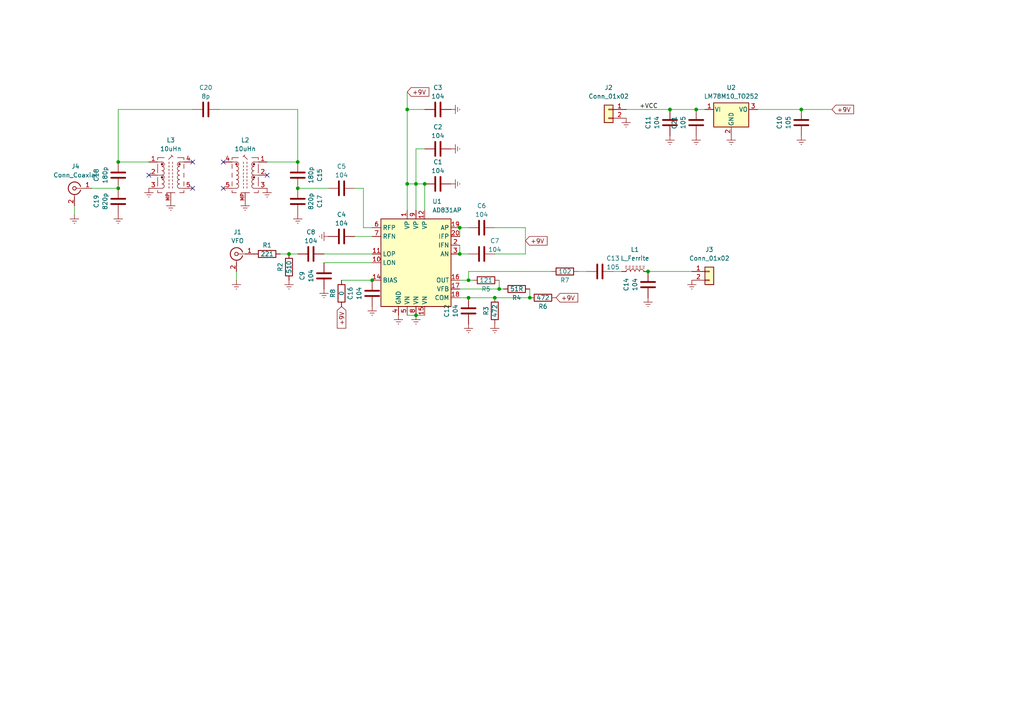
<source format=kicad_sch>
(kicad_sch (version 20230121) (generator eeschema)
  (paper "A4")
  (lib_symbols
    (symbol "Connector:Conn_Coaxial" (pin_names (offset 1.016) hide)
      (property "Reference" "J" (at 0.254 3.048 0))
      (property "Value" "Conn_Coaxial" (at 2.921 0 90))
      (symbol "Conn_Coaxial_0_1"
        (arc (start -1.778 -0.508) (mid 0.2311 -1.8066) (end 1.778 0) (stroke (width 0.254)))
        (polyline (pts (xy -2.54 0) (xy -0.508 0)))
        (polyline (pts (xy 0 -2.54) (xy 0 -1.778)))
        (circle (center 0 0) (radius 0.508) (stroke (width 0.2032)))
        (arc (start 1.778 0) (mid 0.2099 1.8101) (end -1.778 0.508) (stroke (width 0.254)))
      )
      (symbol "Conn_Coaxial_1_1"
        (pin passive line (at -5.08 0 0) (length 2.54) (name "In") (number "1"))
        (pin passive line (at 0 -5.08 90) (length 2.54) (name "Ext") (number "2"))
      )
    )
    (symbol "Connector_Generic:Conn_01x02" (pin_names (offset 1.016) hide)
      (property "Reference" "J" (at 0 2.54 0))
      (property "Value" "Conn_01x02" (at 0 -5.08 0))
      (symbol "Conn_01x02_1_1"
        (rectangle (start -1.27 -2.413) (end 0 -2.667) (stroke (width 0.1524)))
        (rectangle (start -1.27 0.127) (end 0 -0.127) (stroke (width 0.1524)))
        (rectangle (start -1.27 1.27) (end 1.27 -3.81) (stroke (width 0.254)) (fill (type background)))
        (pin passive line (at -5.08 0 0) (length 3.81) (name "Pin_1") (number "1"))
        (pin passive line (at -5.08 -2.54 0) (length 3.81) (name "Pin_2") (number "2"))
      )
    )
    (symbol "Device:C" (pin_numbers hide) (pin_names (offset 0.254))
      (property "Reference" "C" (at 0.635 2.54 0))
      (property "Value" "C" (at 0.635 -2.54 0))
      (symbol "C_0_1"
        (polyline (pts (xy -2.032 -0.762) (xy 2.032 -0.762)) (stroke (width 0.508)))
        (polyline (pts (xy -2.032 0.762) (xy 2.032 0.762)) (stroke (width 0.508)))
      )
      (symbol "C_1_1"
        (pin passive line (at 0 3.81 270) (length 2.794) (name "~") (number "1"))
        (pin passive line (at 0 -3.81 90) (length 2.794) (name "~") (number "2"))
      )
    )
    (symbol "Device:L_Ferrite" (pin_numbers hide) (pin_names (offset 1.016) hide)
      (property "Reference" "L" (at -1.27 0 90))
      (property "Value" "L_Ferrite" (at 2.794 0 90))
      (symbol "L_Ferrite_0_1"
        (arc (start 0 -2.54) (mid 0.6323 -1.905) (end 0 -1.27))
        (arc (start 0 -1.27) (mid 0.6323 -0.635) (end 0 0))
        (polyline (pts (xy 1.016 -2.794) (xy 1.016 -2.286)))
        (polyline (pts (xy 1.016 -1.778) (xy 1.016 -1.27)))
        (polyline (pts (xy 1.016 -0.762) (xy 1.016 -0.254)))
        (polyline (pts (xy 1.016 0.254) (xy 1.016 0.762)))
        (polyline (pts (xy 1.016 1.27) (xy 1.016 1.778)))
        (polyline (pts (xy 1.016 2.286) (xy 1.016 2.794)))
        (polyline (pts (xy 1.524 -2.286) (xy 1.524 -2.794)))
        (polyline (pts (xy 1.524 -1.27) (xy 1.524 -1.778)))
        (polyline (pts (xy 1.524 -0.254) (xy 1.524 -0.762)))
        (polyline (pts (xy 1.524 0.762) (xy 1.524 0.254)))
        (polyline (pts (xy 1.524 1.778) (xy 1.524 1.27)))
        (polyline (pts (xy 1.524 2.794) (xy 1.524 2.286)))
        (arc (start 0 0) (mid 0.6323 0.635) (end 0 1.27))
        (arc (start 0 1.27) (mid 0.6323 1.905) (end 0 2.54))
      )
      (symbol "L_Ferrite_1_1"
        (pin passive line (at 0 3.81 270) (length 1.27) (name "1") (number "1"))
        (pin passive line (at 0 -3.81 90) (length 1.27) (name "2") (number "2"))
      )
    )
    (symbol "Device:R" (pin_numbers hide) (pin_names (offset 0))
      (property "Reference" "R" (at 2.032 0 90))
      (property "Value" "R" (at 0 0 90))
      (symbol "R_0_1"
        (rectangle (start -1.016 -2.54) (end 1.016 2.54) (stroke (width 0.254)))
      )
      (symbol "R_1_1"
        (pin passive line (at 0 3.81 270) (length 1.27) (name "~") (number "1"))
        (pin passive line (at 0 -3.81 90) (length 1.27) (name "~") (number "2"))
      )
    )
    (symbol "PhilsLibrary:L_Core_Ferrite_Coupled_12345" (pin_names (offset 0.254) hide)
      (property "Reference" "L" (at 0 7.493 0))
      (property "Value" "L_Core_Ferrite_Coupled_12345" (at 2.54 -15.24 0))
      (symbol "L_Core_Ferrite_Coupled_12345_0_1"
        (circle (center -2.54 3.175) (radius 0.254) (fill (type outline)))
        (polyline (pts (xy -3.81 -0.635) (xy -3.81 -3.175)))
        (polyline (pts (xy -3.81 3.175) (xy -3.81 0.635)))
        (polyline (pts (xy -3.81 3.81) (xy -2.54 3.81)))
        (polyline (pts (xy -2.54 -3.81) (xy -3.81 -3.81)))
        (polyline (pts (xy -2.54 0) (xy -3.81 0)))
        (polyline (pts (xy -1.27 -5.08) (xy 1.27 -5.08)))
        (polyline (pts (xy -0.508 -2.794) (xy -0.508 -2.286)))
        (polyline (pts (xy -0.508 -1.778) (xy -0.508 -1.27)))
        (polyline (pts (xy -0.508 -0.762) (xy -0.508 -0.254)))
        (polyline (pts (xy -0.508 0.254) (xy -0.508 0.762)))
        (polyline (pts (xy -0.508 1.27) (xy -0.508 1.778)))
        (polyline (pts (xy -0.508 2.286) (xy -0.508 2.794)))
        (polyline (pts (xy 0 -5.715) (xy 0 -5.08)))
        (polyline (pts (xy 0.508 -2.794) (xy 0.508 -2.286)))
        (polyline (pts (xy 0.508 -1.778) (xy 0.508 -1.27)))
        (polyline (pts (xy 0.508 -0.762) (xy 0.508 -0.254)))
        (polyline (pts (xy 0.508 0.254) (xy 0.508 0.762)))
        (polyline (pts (xy 0.508 1.27) (xy 0.508 1.778)))
        (polyline (pts (xy 0.508 2.286) (xy 0.508 2.794)))
        (polyline (pts (xy 2.54 -5.08) (xy 3.81 -5.08)))
        (polyline (pts (xy 3.81 -5.08) (xy 3.81 -4.445)))
        (polyline (pts (xy 3.81 -3.81) (xy 2.54 -3.81)))
        (polyline (pts (xy 3.81 -3.175) (xy 3.81 -1.905)))
        (polyline (pts (xy 3.81 -0.635) (xy 3.81 0.635)))
        (polyline (pts (xy 3.81 3.175) (xy 3.81 1.905)))
        (polyline (pts (xy 3.81 3.81) (xy 2.54 3.81)))
        (polyline (pts (xy -3.81 -4.445) (xy -3.81 -5.08) (xy -2.54 -5.08)))
        (polyline (pts (xy -3.81 4.445) (xy -3.81 5.08) (xy -1.905 5.08)))
        (polyline (pts (xy 3.81 4.445) (xy 3.81 5.08) (xy 1.905 5.08)))
        (polyline (pts (xy -0.635 4.572) (xy 0.381 5.588) (xy 0.635 5.334) (xy 0.127 5.842)))
        (arc (start 2.54 1.27) (mid 1.9077 0.635) (end 2.54 0))
        (circle (center 2.54 3.175) (radius 0.254) (fill (type outline)))
      )
      (symbol "L_Core_Ferrite_Coupled_12345_1_1"
        (arc (start -2.54 -3.81) (mid -1.9077 -3.175) (end -2.54 -2.54))
        (arc (start -2.54 -2.54) (mid -1.9077 -1.905) (end -2.54 -1.27))
        (arc (start -2.54 -1.27) (mid -1.9077 -0.635) (end -2.54 0))
        (circle (center -2.54 -0.635) (radius 0.254) (fill (type outline)))
        (arc (start -2.54 0) (mid -1.9077 0.635) (end -2.54 1.27))
        (arc (start -2.54 1.27) (mid -1.9077 1.905) (end -2.54 2.54))
        (arc (start -2.54 2.54) (mid -1.9077 3.175) (end -2.54 3.81))
        (polyline (pts (xy -0.508 -3.81) (xy -0.508 -3.302)))
        (polyline (pts (xy -0.508 3.302) (xy -0.508 3.81)))
        (polyline (pts (xy 0.508 -3.81) (xy 0.508 -3.302)))
        (polyline (pts (xy 0.508 3.302) (xy 0.508 3.81)))
        (arc (start 2.54 -2.54) (mid 1.9077 -3.175) (end 2.54 -3.81))
        (arc (start 2.54 -1.27) (mid 1.9077 -1.905) (end 2.54 -2.54))
        (arc (start 2.54 0) (mid 1.9077 -0.635) (end 2.54 -1.27))
        (arc (start 2.54 2.54) (mid 1.9077 1.905) (end 2.54 1.27))
        (arc (start 2.54 3.81) (mid 1.9077 3.175) (end 2.54 2.54))
        (pin passive line (at -6.35 3.81 0) (length 2.54) (name "1") (number "1"))
        (pin passive line (at -6.35 0 0) (length 2.54) (name "2") (number "2"))
        (pin passive line (at -6.35 -3.81 0) (length 2.54) (name "3") (number "3"))
        (pin passive line (at 6.35 3.81 180) (length 2.54) (name "4") (number "4"))
        (pin passive line (at 6.35 -3.81 180) (length 2.54) (name "5") (number "5"))
        (pin passive line (at 0 -7.62 90) (length 2.54) (name "MP") (number "MP"))
      )
    )
    (symbol "RF_Mixer:AD831AP"
      (property "Reference" "U" (at -10.16 13.97 0))
      (property "Value" "AD831AP" (at 10.16 13.97 0))
      (symbol "AD831AP_0_1"
        (rectangle (start 10.16 12.7) (end -10.16 -12.7) (stroke (width 0.254)) (fill (type background)))
      )
      (symbol "AD831AP_1_1"
        (pin power_in line (at -2.54 15.24 270) (length 2.54) (name "VP") (number "1"))
        (pin input line (at -12.7 0 0) (length 2.54) (name "LON") (number "10"))
        (pin input line (at -12.7 2.54 0) (length 2.54) (name "LOP") (number "11"))
        (pin power_in line (at 2.54 15.24 270) (length 2.54) (name "VP") (number "12"))
        (pin passive line (at -5.08 -15.24 90) (length 2.54) hide (name "GND") (number "13"))
        (pin passive line (at -12.7 -5.08 0) (length 2.54) (name "BIAS") (number "14"))
        (pin power_in line (at 2.54 -15.24 90) (length 2.54) (name "VN") (number "15"))
        (pin output line (at 12.7 -5.08 180) (length 2.54) (name "OUT") (number "16"))
        (pin passive line (at 12.7 -7.62 180) (length 2.54) (name "VFB") (number "17"))
        (pin passive line (at 12.7 -10.16 180) (length 2.54) (name "COM") (number "18"))
        (pin input line (at 12.7 10.16 180) (length 2.54) (name "AP") (number "19"))
        (pin open_collector line (at 12.7 5.08 180) (length 2.54) (name "IFN") (number "2"))
        (pin open_collector line (at 12.7 7.62 180) (length 2.54) (name "IFP") (number "20"))
        (pin input line (at 12.7 2.54 180) (length 2.54) (name "AN") (number "3"))
        (pin power_in line (at -5.08 -15.24 90) (length 2.54) (name "GND") (number "4"))
        (pin power_in line (at -2.54 -15.24 90) (length 2.54) (name "VN") (number "5"))
        (pin input line (at -12.7 10.16 0) (length 2.54) (name "RFP") (number "6"))
        (pin input line (at -12.7 7.62 0) (length 2.54) (name "RFN") (number "7"))
        (pin power_in line (at 0 -15.24 90) (length 2.54) (name "VN") (number "8"))
        (pin power_in line (at 0 15.24 270) (length 2.54) (name "VP") (number "9"))
      )
    )
    (symbol "Regulator_Linear:LM78M05_TO252" (pin_names (offset 0.254))
      (property "Reference" "U" (at -3.81 3.175 0))
      (property "Value" "LM78M05_TO252" (at 0 3.175 0))
      (symbol "LM78M05_TO252_0_1"
        (rectangle (start -5.08 1.905) (end 5.08 -5.08) (stroke (width 0.254)) (fill (type background)))
      )
      (symbol "LM78M05_TO252_1_1"
        (pin power_in line (at -7.62 0 0) (length 2.54) (name "VI") (number "1"))
        (pin power_in line (at 0 -7.62 90) (length 2.54) (name "GND") (number "2"))
        (pin power_out line (at 7.62 0 180) (length 2.54) (name "VO") (number "3"))
      )
    )
    (symbol "power:Earth" (power) (pin_names (offset 0))
      (symbol "Earth_0_1"
        (polyline (pts (xy -0.635 -1.905) (xy 0.635 -1.905)))
        (polyline (pts (xy -0.127 -2.54) (xy 0.127 -2.54)))
        (polyline (pts (xy 0 -1.27) (xy 0 0)))
        (polyline (pts (xy 1.27 -1.27) (xy -1.27 -1.27)))
      )
      (symbol "Earth_1_1"
        (pin power_in line (at 0 0 270) (length 0) hide (name "Earth") (number "1"))
      )
    )
  )
  (junction (at 107.95 81.28))
  (junction (at 120.65 53.34))
  (junction (at 34.29 46.99))
  (junction (at 83.82 73.66))
  (junction (at 135.89 86.36))
  (junction (at 135.89 81.28))
  (junction (at 120.65 91.44))
  (junction (at 86.36 46.99))
  (junction (at 144.78 83.82))
  (junction (at 118.11 31.75))
  (junction (at 118.11 53.34))
  (junction (at 34.29 54.61))
  (junction (at 86.36 54.61))
  (junction (at 194.31 31.75))
  (junction (at 232.41 31.75))
  (junction (at 123.19 53.34))
  (junction (at 133.35 66.04))
  (junction (at 133.35 73.66))
  (junction (at 201.93 31.75))
  (junction (at 153.67 86.36))
  (junction (at 187.96 78.74))
  (junction (at 143.51 86.36))
  (no_connect (at 43.18 50.8))
  (no_connect (at 64.77 46.99))
  (no_connect (at 55.88 54.61))
  (no_connect (at 55.88 46.99))
  (no_connect (at 64.77 54.61))
  (no_connect (at 77.47 50.8))
  (wire (pts (xy 102.87 68.58) (xy 107.95 68.58)))
  (wire (pts (xy 133.35 66.04) (xy 133.35 68.58)))
  (wire (pts (xy 120.65 53.34) (xy 120.65 43.18)))
  (wire (pts (xy 152.4 66.04) (xy 152.4 73.66)))
  (wire (pts (xy 86.36 54.61) (xy 95.25 54.61)))
  (wire (pts (xy 118.11 53.34) (xy 118.11 31.75)))
  (wire (pts (xy 118.11 91.44) (xy 120.65 91.44)))
  (wire (pts (xy 120.65 60.96) (xy 120.65 53.34)))
  (wire (pts (xy 68.58 81.28) (xy 68.58 78.74)))
  (wire (pts (xy 153.67 86.36) (xy 143.51 86.36)))
  (wire (pts (xy 55.88 31.75) (xy 34.29 31.75)))
  (wire (pts (xy 99.06 81.28) (xy 107.95 81.28)))
  (wire (pts (xy 201.93 31.75) (xy 204.47 31.75)))
  (wire (pts (xy 118.11 26.67) (xy 118.11 31.75)))
  (wire (pts (xy 135.89 86.36) (xy 143.51 86.36)))
  (wire (pts (xy 135.89 81.28) (xy 133.35 81.28)))
  (wire (pts (xy 81.28 73.66) (xy 83.82 73.66)))
  (wire (pts (xy 153.67 83.82) (xy 153.67 86.36)))
  (wire (pts (xy 120.65 53.34) (xy 123.19 53.34)))
  (wire (pts (xy 177.8 78.74) (xy 180.34 78.74)))
  (wire (pts (xy 137.16 81.28) (xy 135.89 81.28)))
  (wire (pts (xy 144.78 83.82) (xy 146.05 83.82)))
  (wire (pts (xy 170.18 78.74) (xy 167.64 78.74)))
  (wire (pts (xy 93.98 76.2) (xy 107.95 76.2)))
  (wire (pts (xy 160.02 78.74) (xy 135.89 78.74)))
  (wire (pts (xy 143.51 73.66) (xy 152.4 73.66)))
  (wire (pts (xy 34.29 31.75) (xy 34.29 46.99)))
  (wire (pts (xy 118.11 60.96) (xy 118.11 53.34)))
  (wire (pts (xy 181.61 31.75) (xy 194.31 31.75)))
  (wire (pts (xy 133.35 71.12) (xy 133.35 73.66)))
  (wire (pts (xy 86.36 46.99) (xy 77.47 46.99)))
  (wire (pts (xy 34.29 46.99) (xy 43.18 46.99)))
  (wire (pts (xy 135.89 78.74) (xy 135.89 81.28)))
  (wire (pts (xy 133.35 83.82) (xy 144.78 83.82)))
  (wire (pts (xy 144.78 81.28) (xy 144.78 83.82)))
  (wire (pts (xy 120.65 43.18) (xy 123.19 43.18)))
  (wire (pts (xy 194.31 31.75) (xy 201.93 31.75)))
  (wire (pts (xy 143.51 66.04) (xy 152.4 66.04)))
  (wire (pts (xy 118.11 53.34) (xy 120.65 53.34)))
  (wire (pts (xy 219.71 31.75) (xy 232.41 31.75)))
  (wire (pts (xy 133.35 73.66) (xy 135.89 73.66)))
  (wire (pts (xy 133.35 86.36) (xy 135.89 86.36)))
  (wire (pts (xy 63.5 31.75) (xy 86.36 31.75)))
  (wire (pts (xy 107.95 73.66) (xy 93.98 73.66)))
  (wire (pts (xy 26.67 54.61) (xy 34.29 54.61)))
  (wire (pts (xy 120.65 91.44) (xy 123.19 91.44)))
  (wire (pts (xy 86.36 31.75) (xy 86.36 46.99)))
  (wire (pts (xy 232.41 31.75) (xy 241.3 31.75)))
  (wire (pts (xy 21.59 59.69) (xy 21.59 62.23)))
  (wire (pts (xy 123.19 53.34) (xy 123.19 60.96)))
  (wire (pts (xy 133.35 66.04) (xy 135.89 66.04)))
  (wire (pts (xy 105.41 54.61) (xy 102.87 54.61)))
  (wire (pts (xy 83.82 73.66) (xy 86.36 73.66)))
  (wire (pts (xy 118.11 31.75) (xy 123.19 31.75)))
  (wire (pts (xy 105.41 66.04) (xy 105.41 54.61)))
  (wire (pts (xy 187.96 78.74) (xy 200.66 78.74)))
  (wire (pts (xy 107.95 66.04) (xy 105.41 66.04)))
  (label "+VCC" (at 185.42 31.75 0))
  (global_label "+9V" (shape input) (at 241.3 31.75 0) (property "Intersheetrefs" "${INTERSHEET_REFS}" (effects hide)))
  (global_label "+9V" (shape input) (at 161.29 86.36 0) (property "Intersheetrefs" "${INTERSHEET_REFS}" (effects hide)))
  (global_label "+9V" (shape input) (at 152.4 69.85 0) (property "Intersheetrefs" "${INTERSHEET_REFS}" (effects hide)))
  (global_label "+9V" (shape input) (at 118.11 26.67 0) (property "Intersheetrefs" "${INTERSHEET_REFS}" (effects hide)))
  (global_label "+9V" (shape input) (at 99.06 88.9 270) (property "Intersheetrefs" "${INTERSHEET_REFS}" (effects hide)))
  (symbol (lib_id "power:Earth") (at 135.89 93.98 0) (unit 1)
    (property "Reference" "#PWR014" (effects hide))
    (property "Value" "Earth" (effects hide))
  )
  (symbol (lib_id "Device:C") (at 201.93 35.56 0) (unit 1)
    (property "Reference" "C21" (at 195.58 35.56 90))
    (property "Value" "105" (at 198.12 35.56 90))
    (property "Footprint" "Capacitor_SMD:C_0805_2012Metric" (effects hide))
  )
  (symbol (lib_id "power:Earth") (at 212.09 39.37 0) (unit 1)
    (property "Reference" "#PWR011" (effects hide))
    (property "Value" "Earth" (effects hide))
  )
  (symbol (lib_id "power:Earth") (at 181.61 34.29 0) (unit 1)
    (property "Reference" "#PWR013" (effects hide))
    (property "Value" "Earth" (effects hide))
  )
  (symbol (lib_id "Connector:Conn_Coaxial") (at 68.58 73.66 0) (mirror y) (unit 1)
    (property "Reference" "J1" (at 68.8974 67.31 0))
    (property "Value" "VFO" (at 68.8974 69.85 0))
    (property "Footprint" "Connector_PinHeader_2.54mm:PinHeader_1x02_P2.54mm_Vertical" (effects hide))
    (property "Datasheet" " ~" (effects hide))
  )
  (symbol (lib_id "Device:C") (at 59.69 31.75 90) (mirror x) (unit 1)
    (property "Reference" "C20" (at 59.69 25.4 90))
    (property "Value" "8p" (at 59.69 27.94 90))
    (property "Footprint" "Capacitor_SMD:C_0805_2012Metric" (effects hide))
  )
  (symbol (lib_id "power:Earth") (at 120.65 91.44 0) (unit 1)
    (property "Reference" "#PWR06" (effects hide))
    (property "Value" "Earth" (effects hide))
  )
  (symbol (lib_id "Device:R") (at 143.51 90.17 180) (unit 1)
    (property "Reference" "R3" (at 140.97 90.17 90))
    (property "Value" "472" (at 143.51 90.17 90))
    (property "Footprint" "Resistor_SMD:R_0805_2012Metric" (effects hide))
  )
  (symbol (lib_id "power:Earth") (at 200.66 81.28 0) (unit 1)
    (property "Reference" "#PWR017" (effects hide))
    (property "Value" "Earth" (effects hide))
  )
  (symbol (lib_id "Device:C") (at 194.31 35.56 0) (unit 1)
    (property "Reference" "C11" (at 187.96 35.56 90))
    (property "Value" "104" (at 190.5 35.56 90))
    (property "Footprint" "Capacitor_SMD:C_0805_2012Metric" (effects hide))
  )
  (symbol (lib_id "power:Earth") (at 130.81 43.18 90) (unit 1)
    (property "Reference" "#PWR04" (effects hide))
    (property "Value" "Earth" (effects hide))
  )
  (symbol (lib_id "power:Earth") (at 34.29 62.23 0) (unit 1)
    (property "Reference" "#PWR027" (effects hide))
    (property "Value" "Earth" (effects hide))
  )
  (symbol (lib_id "Connector_Generic:Conn_01x02") (at 205.74 78.74 0) (unit 1)
    (property "Reference" "J3" (at 205.74 72.39 0))
    (property "Value" "Conn_01x02" (at 205.74 74.93 0))
    (property "Footprint" "Connector_PinHeader_2.54mm:PinHeader_1x02_P2.54mm_Vertical" (effects hide))
  )
  (symbol (lib_id "power:Earth") (at 49.53 58.42 0) (unit 1)
    (property "Reference" "#PWR025" (effects hide))
    (property "Value" "Earth" (effects hide))
  )
  (symbol (lib_id "Device:C") (at 34.29 58.42 0) (unit 1)
    (property "Reference" "C19" (at 27.94 58.42 90))
    (property "Value" "820p" (at 30.48 58.42 90))
    (property "Footprint" "Capacitor_SMD:C_0805_2012Metric" (effects hide))
  )
  (symbol (lib_id "PhilsLibrary:L_Core_Ferrite_Coupled_12345") (at 71.12 50.8 0) (mirror y) (unit 1)
    (property "Reference" "L2" (at 71.12 40.64 0))
    (property "Value" "10uHn" (at 71.12 43.18 0))
    (property "Footprint" "PhilsFootprintLibrary:L_Coilcraft_Slot7_15" (effects hide))
  )
  (symbol (lib_id "PhilsLibrary:L_Core_Ferrite_Coupled_12345") (at 49.53 50.8 0) (unit 1)
    (property "Reference" "L3" (at 49.53 40.64 0))
    (property "Value" "10uHn" (at 49.53 43.18 0))
    (property "Footprint" "PhilsFootprintLibrary:L_Coilcraft_Slot7_15" (effects hide))
  )
  (symbol (lib_id "Device:C") (at 99.06 68.58 270) (unit 1)
    (property "Reference" "C4" (at 99.06 62.23 90))
    (property "Value" "104" (at 99.06 64.77 90))
    (property "Footprint" "Capacitor_SMD:C_0805_2012Metric" (effects hide))
  )
  (symbol (lib_id "Device:C") (at 86.36 50.8 0) (mirror y) (unit 1)
    (property "Reference" "C15" (at 92.71 50.8 90))
    (property "Value" "180p" (at 90.17 50.8 90))
    (property "Footprint" "Capacitor_SMD:C_0805_2012Metric" (effects hide))
  )
  (symbol (lib_id "Device:C") (at 139.7 73.66 270) (unit 1)
    (property "Reference" "C7" (at 143.51 69.85 90))
    (property "Value" "104" (at 143.51 72.39 90))
    (property "Footprint" "Capacitor_SMD:C_0805_2012Metric" (effects hide))
  )
  (symbol (lib_id "Device:C") (at 86.36 58.42 0) (mirror y) (unit 1)
    (property "Reference" "C17" (at 92.71 58.42 90))
    (property "Value" "820p" (at 90.17 58.42 90))
    (property "Footprint" "Capacitor_SMD:C_0805_2012Metric" (effects hide))
  )
  (symbol (lib_id "Connector:Conn_Coaxial") (at 21.59 54.61 0) (mirror y) (unit 1)
    (property "Reference" "J4" (at 21.9074 48.26 0))
    (property "Value" "Conn_Coaxial" (at 21.9074 50.8 0))
    (property "Footprint" "Connector_PinHeader_2.54mm:PinHeader_1x02_P2.54mm_Vertical" (effects hide))
    (property "Datasheet" " ~" (effects hide))
  )
  (symbol (lib_id "Device:C") (at 127 43.18 270) (unit 1)
    (property "Reference" "C2" (at 127 36.83 90))
    (property "Value" "104" (at 127 39.37 90))
    (property "Footprint" "Capacitor_SMD:C_0805_2012Metric" (effects hide))
  )
  (symbol (lib_id "Device:C") (at 139.7 66.04 270) (unit 1)
    (property "Reference" "C6" (at 139.7 59.69 90))
    (property "Value" "104" (at 139.7 62.23 90))
    (property "Footprint" "Capacitor_SMD:C_0805_2012Metric" (effects hide))
  )
  (symbol (lib_id "Device:C") (at 93.98 80.01 0) (unit 1)
    (property "Reference" "C9" (at 87.63 80.01 90))
    (property "Value" "104" (at 90.17 80.01 90))
    (property "Footprint" "Capacitor_SMD:C_0805_2012Metric" (effects hide))
  )
  (symbol (lib_id "power:Earth") (at 68.58 81.28 0) (unit 1)
    (property "Reference" "#PWR09" (effects hide))
    (property "Value" "Earth" (effects hide))
  )
  (symbol (lib_id "power:Earth") (at 86.36 62.23 0) (mirror y) (unit 1)
    (property "Reference" "#PWR023" (effects hide))
    (property "Value" "Earth" (effects hide))
  )
  (symbol (lib_id "Device:C") (at 107.95 85.09 0) (unit 1)
    (property "Reference" "C16" (at 101.6 85.09 90))
    (property "Value" "104" (at 104.14 85.09 90))
    (property "Footprint" "Capacitor_SMD:C_0805_2012Metric" (effects hide))
  )
  (symbol (lib_id "power:Earth") (at 77.47 54.61 0) (mirror y) (unit 1)
    (property "Reference" "#PWR020" (effects hide))
    (property "Value" "Earth" (effects hide))
  )
  (symbol (lib_id "Device:C") (at 127 53.34 270) (unit 1)
    (property "Reference" "C1" (at 127 46.99 90))
    (property "Value" "104" (at 127 49.53 90))
    (property "Footprint" "Capacitor_SMD:C_0805_2012Metric" (effects hide))
  )
  (symbol (lib_id "power:Earth") (at 143.51 93.98 0) (unit 1)
    (property "Reference" "#PWR015" (effects hide))
    (property "Value" "Earth" (effects hide))
  )
  (symbol (lib_id "Device:R") (at 149.86 83.82 270) (unit 1)
    (property "Reference" "R4" (at 149.86 86.36 90))
    (property "Value" "51R" (at 149.86 83.82 90))
    (property "Footprint" "Resistor_SMD:R_0805_2012Metric" (effects hide))
  )
  (symbol (lib_id "power:Earth") (at 232.41 39.37 0) (unit 1)
    (property "Reference" "#PWR010" (effects hide))
    (property "Value" "Earth" (effects hide))
  )
  (symbol (lib_id "power:Earth") (at 130.81 31.75 90) (unit 1)
    (property "Reference" "#PWR05" (effects hide))
    (property "Value" "Earth" (effects hide))
  )
  (symbol (lib_id "Device:C") (at 173.99 78.74 270) (unit 1)
    (property "Reference" "C13" (at 177.8 74.93 90))
    (property "Value" "105" (at 177.8 77.47 90))
    (property "Footprint" "Capacitor_SMD:C_1206_3216Metric" (effects hide))
  )
  (symbol (lib_id "power:Earth") (at 71.12 58.42 0) (mirror y) (unit 1)
    (property "Reference" "#PWR018" (effects hide))
    (property "Value" "Earth" (effects hide))
  )
  (symbol (lib_id "power:Earth") (at 93.98 83.82 0) (unit 1)
    (property "Reference" "#PWR07" (effects hide))
    (property "Value" "Earth" (effects hide))
  )
  (symbol (lib_id "power:Earth") (at 21.59 62.23 0) (unit 1)
    (property "Reference" "#PWR021" (effects hide))
    (property "Value" "Earth" (effects hide))
  )
  (symbol (lib_id "Regulator_Linear:LM78M05_TO252") (at 212.09 31.75 0) (unit 1)
    (property "Reference" "U2" (at 212.09 25.4 0))
    (property "Value" "LM78M10_TO252" (at 212.09 27.94 0))
    (property "Footprint" "Package_TO_SOT_SMD:TO-252-2" (effects hide))
    (property "Datasheet" "https://www.onsemi.com/pub/Collateral/MC78M00-D.PDF" (effects hide))
  )
  (symbol (lib_id "Device:R") (at 163.83 78.74 270) (unit 1)
    (property "Reference" "R7" (at 163.83 81.28 90))
    (property "Value" "102" (at 163.83 78.74 90))
    (property "Footprint" "Resistor_SMD:R_0805_2012Metric" (effects hide))
  )
  (symbol (lib_id "Device:R") (at 99.06 85.09 0) (unit 1)
    (property "Reference" "R8" (at 96.52 85.09 90))
    (property "Value" "0" (at 99.06 85.09 90))
    (property "Footprint" "Resistor_SMD:R_0805_2012Metric" (effects hide))
  )
  (symbol (lib_id "power:Earth") (at 43.18 54.61 0) (unit 1)
    (property "Reference" "#PWR026" (effects hide))
    (property "Value" "Earth" (effects hide))
  )
  (symbol (lib_id "Device:C") (at 99.06 54.61 270) (unit 1)
    (property "Reference" "C5" (at 99.06 48.26 90))
    (property "Value" "104" (at 99.06 50.8 90))
    (property "Footprint" "Capacitor_SMD:C_0805_2012Metric" (effects hide))
  )
  (symbol (lib_id "power:Earth") (at 107.95 88.9 0) (unit 1)
    (property "Reference" "#PWR022" (effects hide))
    (property "Value" "Earth" (effects hide))
  )
  (symbol (lib_id "power:Earth") (at 83.82 81.28 0) (unit 1)
    (property "Reference" "#PWR08" (effects hide))
    (property "Value" "Earth" (effects hide))
  )
  (symbol (lib_id "power:Earth") (at 130.81 53.34 90) (unit 1)
    (property "Reference" "#PWR03" (effects hide))
    (property "Value" "Earth" (effects hide))
  )
  (symbol (lib_id "Device:R") (at 83.82 77.47 180) (unit 1)
    (property "Reference" "R2" (at 81.28 77.47 90))
    (property "Value" "510" (at 83.82 77.47 90))
    (property "Footprint" "Resistor_SMD:R_0805_2012Metric" (effects hide))
  )
  (symbol (lib_id "power:Earth") (at 187.96 86.36 0) (unit 1)
    (property "Reference" "#PWR016" (effects hide))
    (property "Value" "Earth" (effects hide))
  )
  (symbol (lib_id "power:Earth") (at 115.57 91.44 0) (unit 1)
    (property "Reference" "#PWR01" (effects hide))
    (property "Value" "Earth" (effects hide))
  )
  (symbol (lib_id "Device:C") (at 90.17 73.66 90) (unit 1)
    (property "Reference" "C8" (at 90.17 67.31 90))
    (property "Value" "104" (at 90.17 69.85 90))
    (property "Footprint" "Capacitor_SMD:C_0805_2012Metric" (effects hide))
  )
  (symbol (lib_id "Device:C") (at 127 31.75 270) (unit 1)
    (property "Reference" "C3" (at 127 25.4 90))
    (property "Value" "104" (at 127 27.94 90))
    (property "Footprint" "Capacitor_SMD:C_0805_2012Metric" (effects hide))
  )
  (symbol (lib_id "Connector_Generic:Conn_01x02") (at 176.53 31.75 0) (mirror y) (unit 1)
    (property "Reference" "J2" (at 176.53 25.4 0))
    (property "Value" "Conn_01x02" (at 176.53 27.94 0))
    (property "Footprint" "Connector_PinHeader_2.54mm:PinHeader_1x02_P2.54mm_Vertical" (effects hide))
  )
  (symbol (lib_id "power:Earth") (at 194.31 39.37 0) (unit 1)
    (property "Reference" "#PWR012" (effects hide))
    (property "Value" "Earth" (effects hide))
  )
  (symbol (lib_id "Device:C") (at 34.29 50.8 0) (unit 1)
    (property "Reference" "C18" (at 27.94 50.8 90))
    (property "Value" "180p" (at 30.48 50.8 90))
    (property "Footprint" "Capacitor_SMD:C_0805_2012Metric" (effects hide))
  )
  (symbol (lib_id "Device:R") (at 157.48 86.36 270) (unit 1)
    (property "Reference" "R6" (at 157.48 88.9 90))
    (property "Value" "472" (at 157.48 86.36 90))
    (property "Footprint" "Resistor_SMD:R_0805_2012Metric" (effects hide))
  )
  (symbol (lib_id "power:Earth") (at 95.25 68.58 270) (unit 1)
    (property "Reference" "#PWR02" (effects hide))
    (property "Value" "Earth" (effects hide))
  )
  (symbol (lib_id "Device:C") (at 135.89 90.17 0) (unit 1)
    (property "Reference" "C12" (at 129.54 90.17 90))
    (property "Value" "104" (at 132.08 90.17 90))
    (property "Footprint" "Capacitor_SMD:C_0805_2012Metric" (effects hide))
  )
  (symbol (lib_id "power:Earth") (at 201.93 39.37 0) (unit 1)
    (property "Reference" "#PWR019" (effects hide))
    (property "Value" "Earth" (effects hide))
  )
  (symbol (lib_id "Device:R") (at 77.47 73.66 90) (unit 1)
    (property "Reference" "R1" (at 77.47 71.12 90))
    (property "Value" "221" (at 77.47 73.66 90))
    (property "Footprint" "Resistor_SMD:R_0805_2012Metric" (effects hide))
  )
  (symbol (lib_id "Device:C") (at 232.41 35.56 0) (unit 1)
    (property "Reference" "C10" (at 226.06 35.56 90))
    (property "Value" "105" (at 228.6 35.56 90))
    (property "Footprint" "Capacitor_SMD:C_0805_2012Metric" (effects hide))
  )
  (symbol (lib_id "RF_Mixer:AD831AP") (at 120.65 76.2 0) (unit 1)
    (property "Reference" "U1" (at 125.3841 58.42 0) (effects (justify left)))
    (property "Value" "AD831AP" (at 125.3841 60.96 0) (effects (justify left)))
    (property "Footprint" "Package_LCC:PLCC-20" (effects hide))
    (property "Datasheet" "https://www.analog.com/media/en/technical-documentation/data-sheets/AD831.pdf" (effects hide))
  )
  (symbol (lib_id "Device:L_Ferrite") (at 184.15 78.74 90) (unit 1)
    (property "Reference" "L1" (at 184.15 72.39 90))
    (property "Value" "L_Ferrite" (at 184.15 74.93 90))
    (property "Footprint" "Inductor_SMD:L_0805_2012Metric" (effects hide))
  )
  (symbol (lib_id "Device:R") (at 140.97 81.28 270) (unit 1)
    (property "Reference" "R5" (at 140.97 83.82 90))
    (property "Value" "121" (at 140.97 81.28 90))
    (property "Footprint" "Resistor_SMD:R_0805_2012Metric" (effects hide))
  )
  (symbol (lib_id "Device:C") (at 187.96 82.55 0) (unit 1)
    (property "Reference" "C14" (at 181.61 82.55 90))
    (property "Value" "104" (at 184.15 82.55 90))
    (property "Footprint" "Capacitor_SMD:C_0805_2012Metric" (effects hide))
  )
)
</source>
